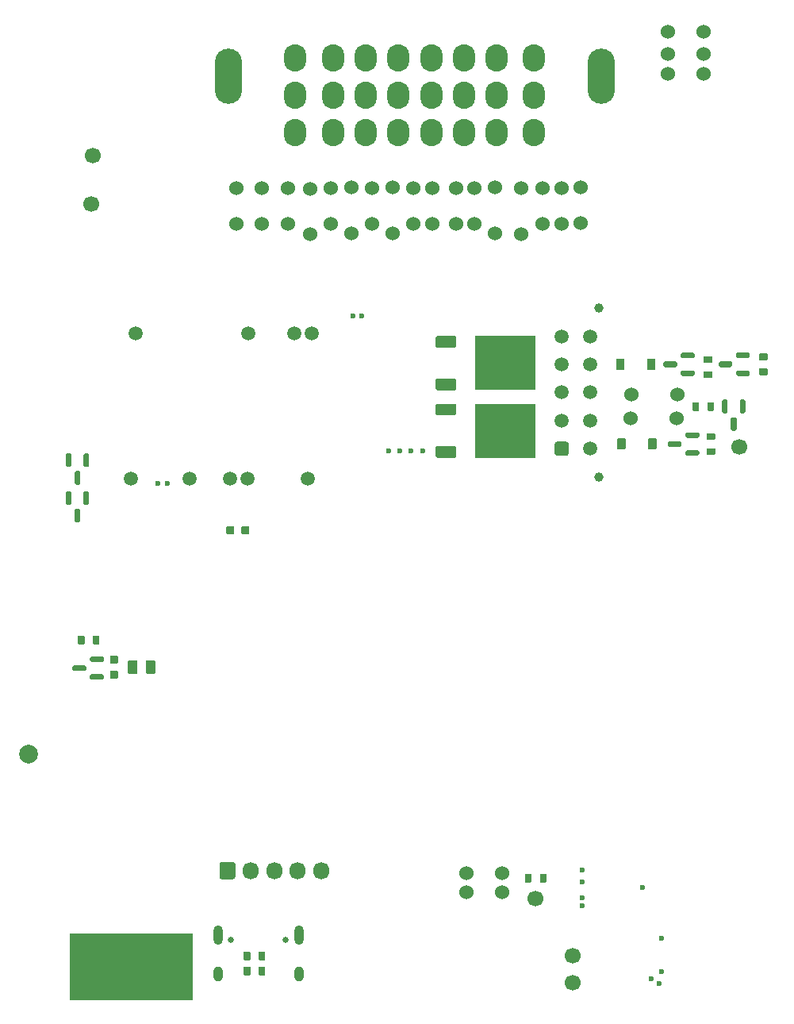
<source format=gbs>
G04 #@! TF.GenerationSoftware,KiCad,Pcbnew,7.0.6-7.0.6~ubuntu22.04.1*
G04 #@! TF.CreationDate,2023-07-14T01:02:07+00:00*
G04 #@! TF.ProjectId,alphax_2ch,616c7068-6178-45f3-9263-682e6b696361,F*
G04 #@! TF.SameCoordinates,PX141f5e0PYa2cace0*
G04 #@! TF.FileFunction,Soldermask,Bot*
G04 #@! TF.FilePolarity,Negative*
%FSLAX46Y46*%
G04 Gerber Fmt 4.6, Leading zero omitted, Abs format (unit mm)*
G04 Created by KiCad (PCBNEW 7.0.6-7.0.6~ubuntu22.04.1) date 2023-07-14 01:02:07*
%MOMM*%
%LPD*%
G01*
G04 APERTURE LIST*
%ADD10C,0.120000*%
%ADD11C,1.524000*%
%ADD12O,1.700000X1.850000*%
%ADD13C,0.650000*%
%ADD14O,1.000000X2.100000*%
%ADD15O,1.000000X1.600000*%
%ADD16C,1.700000*%
%ADD17C,1.000000*%
%ADD18C,1.500000*%
%ADD19C,0.599999*%
%ADD20C,0.600000*%
%ADD21O,2.900000X5.900000*%
%ADD22O,2.400000X2.900000*%
%ADD23R,6.400000X5.800000*%
%ADD24C,2.000000*%
G04 APERTURE END LIST*
G04 #@! TO.C,U4*
D10*
X19700000Y200000D02*
X6700000Y200000D01*
X6700000Y7200000D01*
X19700000Y7200000D01*
X19700000Y200000D01*
G36*
X19700000Y200000D02*
G01*
X6700000Y200000D01*
X6700000Y7200000D01*
X19700000Y7200000D01*
X19700000Y200000D01*
G37*
G04 #@! TD*
D11*
G04 #@! TO.C,R8*
X49836417Y82896579D03*
X49836417Y86706579D03*
G04 #@! TD*
G04 #@! TO.C,R9*
X47882571Y82918049D03*
X47882571Y86728049D03*
G04 #@! TD*
G04 #@! TO.C,F7*
X66550000Y62100000D03*
X71450000Y62100000D03*
G04 #@! TD*
G04 #@! TO.C,F4*
X36700000Y86750000D03*
X36700000Y81850000D03*
G04 #@! TD*
G04 #@! TO.C,J5*
G36*
G01*
X22650000Y13225000D02*
X22650000Y14575000D01*
G75*
G02*
X22900000Y14825000I250000J0D01*
G01*
X24100000Y14825000D01*
G75*
G02*
X24350000Y14575000I0J-250000D01*
G01*
X24350000Y13225000D01*
G75*
G02*
X24100000Y12975000I-250000J0D01*
G01*
X22900000Y12975000D01*
G75*
G02*
X22650000Y13225000I0J250000D01*
G01*
G37*
D12*
X26000000Y13900000D03*
X28500000Y13900000D03*
X31000000Y13900000D03*
X33500000Y13900000D03*
G04 #@! TD*
D13*
G04 #@! TO.C,J6*
X23910000Y6520000D03*
X29690000Y6520000D03*
D14*
X22480000Y7020000D03*
D15*
X22480000Y2840000D03*
D14*
X31120000Y7020000D03*
D15*
X31120000Y2840000D03*
G04 #@! TD*
D16*
G04 #@! TO.C,P2*
X78100000Y59100000D03*
G04 #@! TD*
D11*
G04 #@! TO.C,R11*
X24500000Y82895000D03*
X24500000Y86705000D03*
G04 #@! TD*
G04 #@! TO.C,R6*
X74305000Y103400000D03*
X70495000Y103400000D03*
G04 #@! TD*
D17*
G04 #@! TO.C,J1*
X63125000Y55900000D03*
X63125000Y73900000D03*
G36*
G01*
X59684999Y58150000D02*
X58685001Y58150000D01*
G75*
G02*
X58435000Y58400001I0J250001D01*
G01*
X58435000Y59399999D01*
G75*
G02*
X58685001Y59650000I250001J0D01*
G01*
X59684999Y59650000D01*
G75*
G02*
X59935000Y59399999I0J-250001D01*
G01*
X59935000Y58400001D01*
G75*
G02*
X59684999Y58150000I-250001J0D01*
G01*
G37*
D18*
X59185000Y61900000D03*
X59185000Y64900000D03*
X59185000Y67900000D03*
X59185000Y70900000D03*
X62185000Y58900000D03*
X62185000Y61900000D03*
X62185000Y64900000D03*
X62185000Y67900000D03*
X62185000Y70900000D03*
G04 #@! TD*
D11*
G04 #@! TO.C,R17*
X38900000Y82895000D03*
X38900000Y86705000D03*
G04 #@! TD*
D19*
G04 #@! TO.C,M8*
X69577499Y1826662D03*
X68702497Y2351662D03*
X69877501Y3101660D03*
X69802498Y6651661D03*
G04 #@! TD*
D11*
G04 #@! TO.C,F6*
X66600010Y64700000D03*
X71500010Y64700000D03*
G04 #@! TD*
G04 #@! TO.C,R16*
X45400000Y82895000D03*
X45400000Y86705000D03*
G04 #@! TD*
D16*
G04 #@! TO.C,P3*
X60400000Y1900000D03*
G04 #@! TD*
D18*
G04 #@! TO.C,M1*
X32074999Y55675006D03*
X25675002Y55675006D03*
X23774999Y55675006D03*
X19474999Y55675006D03*
D20*
X17075002Y55225007D03*
X16075001Y55225007D03*
D18*
X13224999Y55675006D03*
X32525001Y71175003D03*
X30675002Y71175003D03*
X25724999Y71175003D03*
X13675001Y71175003D03*
G04 #@! TD*
D16*
G04 #@! TO.C,P5*
X56400000Y10900000D03*
G04 #@! TD*
D20*
G04 #@! TO.C,M3*
X41925000Y58675000D03*
X40725000Y58675000D03*
X43125000Y58675000D03*
X44325000Y58675000D03*
X37865000Y73100000D03*
X36865000Y73100000D03*
G04 #@! TD*
D11*
G04 #@! TO.C,R10*
X43300000Y82895000D03*
X43300000Y86705000D03*
G04 #@! TD*
G04 #@! TO.C,R19*
X30000000Y82895000D03*
X30000000Y86705000D03*
G04 #@! TD*
G04 #@! TO.C,F1*
X54846000Y86700000D03*
X54846000Y81800000D03*
G04 #@! TD*
G04 #@! TO.C,R14*
X70495000Y98900000D03*
X74305000Y98900000D03*
G04 #@! TD*
G04 #@! TO.C,F3*
X41100000Y86750000D03*
X41100000Y81850000D03*
G04 #@! TD*
D19*
G04 #@! TO.C,M4*
X67793366Y12132507D03*
X61368367Y13962500D03*
X61368367Y12687502D03*
X61368367Y11037513D03*
X61368367Y10137502D03*
G04 #@! TD*
D11*
G04 #@! TO.C,R26*
X52805000Y11600000D03*
X48995000Y11600000D03*
G04 #@! TD*
G04 #@! TO.C,R25*
X52805000Y13600000D03*
X48995000Y13600000D03*
G04 #@! TD*
G04 #@! TO.C,R15*
X57132000Y82895000D03*
X57132000Y86705000D03*
G04 #@! TD*
G04 #@! TO.C,R7*
X59164000Y82895000D03*
X59164000Y86705000D03*
G04 #@! TD*
G04 #@! TO.C,R13*
X74305000Y101000000D03*
X70495000Y101000000D03*
G04 #@! TD*
G04 #@! TO.C,R20*
X61196000Y82943000D03*
X61196000Y86753000D03*
G04 #@! TD*
D21*
G04 #@! TO.C,P1*
X23600000Y98599000D03*
X63400000Y98599000D03*
D22*
X30750000Y92599000D03*
X34750000Y92599000D03*
X38250000Y92599000D03*
X41750000Y92599000D03*
X45250000Y92599000D03*
X48750000Y92599000D03*
X52250000Y92599000D03*
X56250000Y92599000D03*
X30750000Y96599000D03*
X34750000Y96599000D03*
X38250000Y96599000D03*
X41750000Y96599000D03*
X45250000Y96599000D03*
X48750000Y96599000D03*
X52250000Y96599000D03*
X56250000Y96599000D03*
X30750000Y100599000D03*
X34750000Y100599000D03*
X38250000Y100599000D03*
X41750000Y100599000D03*
X45250000Y100599000D03*
X48750000Y100599000D03*
X52250000Y100599000D03*
X56250000Y100599000D03*
G04 #@! TD*
D11*
G04 #@! TO.C,R12*
X27200000Y82895000D03*
X27200000Y86705000D03*
G04 #@! TD*
G04 #@! TO.C,R18*
X34500000Y82895000D03*
X34500000Y86705000D03*
G04 #@! TD*
D16*
G04 #@! TO.C,P4*
X60400000Y4800000D03*
G04 #@! TD*
D11*
G04 #@! TO.C,F5*
X32300000Y86650000D03*
X32300000Y81750000D03*
G04 #@! TD*
G04 #@! TO.C,F2*
X52052000Y86750000D03*
X52052000Y81850000D03*
G04 #@! TD*
G04 #@! TO.C,R29*
G36*
G01*
X55250000Y12710000D02*
X55250000Y13490000D01*
G75*
G02*
X55320000Y13560000I70000J0D01*
G01*
X55880000Y13560000D01*
G75*
G02*
X55950000Y13490000I0J-70000D01*
G01*
X55950000Y12710000D01*
G75*
G02*
X55880000Y12640000I-70000J0D01*
G01*
X55320000Y12640000D01*
G75*
G02*
X55250000Y12710000I0J70000D01*
G01*
G37*
G36*
G01*
X56850000Y12710000D02*
X56850000Y13490000D01*
G75*
G02*
X56920000Y13560000I70000J0D01*
G01*
X57480000Y13560000D01*
G75*
G02*
X57550000Y13490000I0J-70000D01*
G01*
X57550000Y12710000D01*
G75*
G02*
X57480000Y12640000I-70000J0D01*
G01*
X56920000Y12640000D01*
G75*
G02*
X56850000Y12710000I0J70000D01*
G01*
G37*
G04 #@! TD*
G04 #@! TO.C,R4*
G36*
G01*
X25250000Y2810000D02*
X25250000Y3590000D01*
G75*
G02*
X25320000Y3660000I70000J0D01*
G01*
X25880000Y3660000D01*
G75*
G02*
X25950000Y3590000I0J-70000D01*
G01*
X25950000Y2810000D01*
G75*
G02*
X25880000Y2740000I-70000J0D01*
G01*
X25320000Y2740000D01*
G75*
G02*
X25250000Y2810000I0J70000D01*
G01*
G37*
G36*
G01*
X26850000Y2810000D02*
X26850000Y3590000D01*
G75*
G02*
X26920000Y3660000I70000J0D01*
G01*
X27480000Y3660000D01*
G75*
G02*
X27550000Y3590000I0J-70000D01*
G01*
X27550000Y2810000D01*
G75*
G02*
X27480000Y2740000I-70000J0D01*
G01*
X26920000Y2740000D01*
G75*
G02*
X26850000Y2810000I0J70000D01*
G01*
G37*
G04 #@! TD*
G04 #@! TO.C,R60*
G36*
G01*
X12900000Y34975000D02*
X12900000Y36225000D01*
G75*
G02*
X13000000Y36325000I100000J0D01*
G01*
X13800000Y36325000D01*
G75*
G02*
X13900000Y36225000I0J-100000D01*
G01*
X13900000Y34975000D01*
G75*
G02*
X13800000Y34875000I-100000J0D01*
G01*
X13000000Y34875000D01*
G75*
G02*
X12900000Y34975000I0J100000D01*
G01*
G37*
G36*
G01*
X14800022Y34975000D02*
X14800022Y36225000D01*
G75*
G02*
X14900022Y36325000I100000J0D01*
G01*
X15700022Y36325000D01*
G75*
G02*
X15800022Y36225000I0J-100000D01*
G01*
X15800022Y34975000D01*
G75*
G02*
X15700022Y34875000I-100000J0D01*
G01*
X14900022Y34875000D01*
G75*
G02*
X14800022Y34975000I0J100000D01*
G01*
G37*
G04 #@! TD*
D16*
G04 #@! TO.C,J8*
X9000000Y85000000D03*
G04 #@! TD*
G04 #@! TO.C,D32*
G36*
G01*
X65100000Y58890000D02*
X65100000Y59910000D01*
G75*
G02*
X65190000Y60000000I90000J0D01*
G01*
X65910000Y60000000D01*
G75*
G02*
X66000000Y59910000I0J-90000D01*
G01*
X66000000Y58890000D01*
G75*
G02*
X65910000Y58800000I-90000J0D01*
G01*
X65190000Y58800000D01*
G75*
G02*
X65100000Y58890000I0J90000D01*
G01*
G37*
G36*
G01*
X68400000Y58890000D02*
X68400000Y59910000D01*
G75*
G02*
X68490000Y60000000I90000J0D01*
G01*
X69210000Y60000000D01*
G75*
G02*
X69300000Y59910000I0J-90000D01*
G01*
X69300000Y58890000D01*
G75*
G02*
X69210000Y58800000I-90000J0D01*
G01*
X68490000Y58800000D01*
G75*
G02*
X68400000Y58890000I0J90000D01*
G01*
G37*
G04 #@! TD*
G04 #@! TO.C,D28*
G36*
G01*
X6400000Y54375000D02*
X6700000Y54375000D01*
G75*
G02*
X6850000Y54225000I0J-150000D01*
G01*
X6850000Y53050000D01*
G75*
G02*
X6700000Y52900000I-150000J0D01*
G01*
X6400000Y52900000D01*
G75*
G02*
X6250000Y53050000I0J150000D01*
G01*
X6250000Y54225000D01*
G75*
G02*
X6400000Y54375000I150000J0D01*
G01*
G37*
G36*
G01*
X8300000Y54375000D02*
X8600000Y54375000D01*
G75*
G02*
X8750000Y54225000I0J-150000D01*
G01*
X8750000Y53050000D01*
G75*
G02*
X8600000Y52900000I-150000J0D01*
G01*
X8300000Y52900000D01*
G75*
G02*
X8150000Y53050000I0J150000D01*
G01*
X8150000Y54225000D01*
G75*
G02*
X8300000Y54375000I150000J0D01*
G01*
G37*
G36*
G01*
X7350000Y52500000D02*
X7650000Y52500000D01*
G75*
G02*
X7800000Y52350000I0J-150000D01*
G01*
X7800000Y51175000D01*
G75*
G02*
X7650000Y51025000I-150000J0D01*
G01*
X7350000Y51025000D01*
G75*
G02*
X7200000Y51175000I0J150000D01*
G01*
X7200000Y52350000D01*
G75*
G02*
X7350000Y52500000I150000J0D01*
G01*
G37*
G04 #@! TD*
G04 #@! TO.C,R66*
G36*
G01*
X74410000Y68750000D02*
X75190000Y68750000D01*
G75*
G02*
X75260000Y68680000I0J-70000D01*
G01*
X75260000Y68120000D01*
G75*
G02*
X75190000Y68050000I-70000J0D01*
G01*
X74410000Y68050000D01*
G75*
G02*
X74340000Y68120000I0J70000D01*
G01*
X74340000Y68680000D01*
G75*
G02*
X74410000Y68750000I70000J0D01*
G01*
G37*
G36*
G01*
X74410000Y67150000D02*
X75190000Y67150000D01*
G75*
G02*
X75260000Y67080000I0J-70000D01*
G01*
X75260000Y66520000D01*
G75*
G02*
X75190000Y66450000I-70000J0D01*
G01*
X74410000Y66450000D01*
G75*
G02*
X74340000Y66520000I0J70000D01*
G01*
X74340000Y67080000D01*
G75*
G02*
X74410000Y67150000I70000J0D01*
G01*
G37*
G04 #@! TD*
G04 #@! TO.C,Q8*
G36*
G01*
X45725000Y58065000D02*
X45725000Y59025000D01*
G75*
G02*
X45845000Y59145000I120000J0D01*
G01*
X47805000Y59145000D01*
G75*
G02*
X47925000Y59025000I0J-120000D01*
G01*
X47925000Y58065000D01*
G75*
G02*
X47805000Y57945000I-120000J0D01*
G01*
X45845000Y57945000D01*
G75*
G02*
X45725000Y58065000I0J120000D01*
G01*
G37*
D23*
X53125000Y60825000D03*
G36*
G01*
X45725000Y62625000D02*
X45725000Y63585000D01*
G75*
G02*
X45845000Y63705000I120000J0D01*
G01*
X47805000Y63705000D01*
G75*
G02*
X47925000Y63585000I0J-120000D01*
G01*
X47925000Y62625000D01*
G75*
G02*
X47805000Y62505000I-120000J0D01*
G01*
X45845000Y62505000D01*
G75*
G02*
X45725000Y62625000I0J120000D01*
G01*
G37*
G04 #@! TD*
G04 #@! TO.C,R57*
G36*
G01*
X7550000Y38110000D02*
X7550000Y38890000D01*
G75*
G02*
X7620000Y38960000I70000J0D01*
G01*
X8180000Y38960000D01*
G75*
G02*
X8250000Y38890000I0J-70000D01*
G01*
X8250000Y38110000D01*
G75*
G02*
X8180000Y38040000I-70000J0D01*
G01*
X7620000Y38040000D01*
G75*
G02*
X7550000Y38110000I0J70000D01*
G01*
G37*
G36*
G01*
X9150000Y38110000D02*
X9150000Y38890000D01*
G75*
G02*
X9220000Y38960000I70000J0D01*
G01*
X9780000Y38960000D01*
G75*
G02*
X9850000Y38890000I0J-70000D01*
G01*
X9850000Y38110000D01*
G75*
G02*
X9780000Y38040000I-70000J0D01*
G01*
X9220000Y38040000D01*
G75*
G02*
X9150000Y38110000I0J70000D01*
G01*
G37*
G04 #@! TD*
G04 #@! TO.C,Q19*
G36*
G01*
X73875000Y60500000D02*
X73875000Y60200000D01*
G75*
G02*
X73725000Y60050000I-150000J0D01*
G01*
X72550000Y60050000D01*
G75*
G02*
X72400000Y60200000I0J150000D01*
G01*
X72400000Y60500000D01*
G75*
G02*
X72550000Y60650000I150000J0D01*
G01*
X73725000Y60650000D01*
G75*
G02*
X73875000Y60500000I0J-150000D01*
G01*
G37*
G36*
G01*
X73875000Y58600000D02*
X73875000Y58300000D01*
G75*
G02*
X73725000Y58150000I-150000J0D01*
G01*
X72550000Y58150000D01*
G75*
G02*
X72400000Y58300000I0J150000D01*
G01*
X72400000Y58600000D01*
G75*
G02*
X72550000Y58750000I150000J0D01*
G01*
X73725000Y58750000D01*
G75*
G02*
X73875000Y58600000I0J-150000D01*
G01*
G37*
G36*
G01*
X72000000Y59550000D02*
X72000000Y59250000D01*
G75*
G02*
X71850000Y59100000I-150000J0D01*
G01*
X70675000Y59100000D01*
G75*
G02*
X70525000Y59250000I0J150000D01*
G01*
X70525000Y59550000D01*
G75*
G02*
X70675000Y59700000I150000J0D01*
G01*
X71850000Y59700000D01*
G75*
G02*
X72000000Y59550000I0J-150000D01*
G01*
G37*
G04 #@! TD*
G04 #@! TO.C,Q18*
G36*
G01*
X73375000Y69000000D02*
X73375000Y68700000D01*
G75*
G02*
X73225000Y68550000I-150000J0D01*
G01*
X72050000Y68550000D01*
G75*
G02*
X71900000Y68700000I0J150000D01*
G01*
X71900000Y69000000D01*
G75*
G02*
X72050000Y69150000I150000J0D01*
G01*
X73225000Y69150000D01*
G75*
G02*
X73375000Y69000000I0J-150000D01*
G01*
G37*
G36*
G01*
X73375000Y67100000D02*
X73375000Y66800000D01*
G75*
G02*
X73225000Y66650000I-150000J0D01*
G01*
X72050000Y66650000D01*
G75*
G02*
X71900000Y66800000I0J150000D01*
G01*
X71900000Y67100000D01*
G75*
G02*
X72050000Y67250000I150000J0D01*
G01*
X73225000Y67250000D01*
G75*
G02*
X73375000Y67100000I0J-150000D01*
G01*
G37*
G36*
G01*
X71500000Y68050000D02*
X71500000Y67750000D01*
G75*
G02*
X71350000Y67600000I-150000J0D01*
G01*
X70175000Y67600000D01*
G75*
G02*
X70025000Y67750000I0J150000D01*
G01*
X70025000Y68050000D01*
G75*
G02*
X70175000Y68200000I150000J0D01*
G01*
X71350000Y68200000D01*
G75*
G02*
X71500000Y68050000I0J-150000D01*
G01*
G37*
G04 #@! TD*
G04 #@! TO.C,D29*
G36*
G01*
X6400000Y58412500D02*
X6700000Y58412500D01*
G75*
G02*
X6850000Y58262500I0J-150000D01*
G01*
X6850000Y57087500D01*
G75*
G02*
X6700000Y56937500I-150000J0D01*
G01*
X6400000Y56937500D01*
G75*
G02*
X6250000Y57087500I0J150000D01*
G01*
X6250000Y58262500D01*
G75*
G02*
X6400000Y58412500I150000J0D01*
G01*
G37*
G36*
G01*
X8300000Y58412500D02*
X8600000Y58412500D01*
G75*
G02*
X8750000Y58262500I0J-150000D01*
G01*
X8750000Y57087500D01*
G75*
G02*
X8600000Y56937500I-150000J0D01*
G01*
X8300000Y56937500D01*
G75*
G02*
X8150000Y57087500I0J150000D01*
G01*
X8150000Y58262500D01*
G75*
G02*
X8300000Y58412500I150000J0D01*
G01*
G37*
G36*
G01*
X7350000Y56537500D02*
X7650000Y56537500D01*
G75*
G02*
X7800000Y56387500I0J-150000D01*
G01*
X7800000Y55212500D01*
G75*
G02*
X7650000Y55062500I-150000J0D01*
G01*
X7350000Y55062500D01*
G75*
G02*
X7200000Y55212500I0J150000D01*
G01*
X7200000Y56387500D01*
G75*
G02*
X7350000Y56537500I150000J0D01*
G01*
G37*
G04 #@! TD*
G04 #@! TO.C,C5*
G36*
G01*
X11740000Y34384999D02*
X11060000Y34384999D01*
G75*
G02*
X10975000Y34469999I0J85000D01*
G01*
X10975000Y35149999D01*
G75*
G02*
X11060000Y35234999I85000J0D01*
G01*
X11740000Y35234999D01*
G75*
G02*
X11825000Y35149999I0J-85000D01*
G01*
X11825000Y34469999D01*
G75*
G02*
X11740000Y34384999I-85000J0D01*
G01*
G37*
G36*
G01*
X11740000Y35965001D02*
X11060000Y35965001D01*
G75*
G02*
X10975000Y36050001I0J85000D01*
G01*
X10975000Y36730001D01*
G75*
G02*
X11060000Y36815001I85000J0D01*
G01*
X11740000Y36815001D01*
G75*
G02*
X11825000Y36730001I0J-85000D01*
G01*
X11825000Y36050001D01*
G75*
G02*
X11740000Y35965001I-85000J0D01*
G01*
G37*
G04 #@! TD*
D16*
G04 #@! TO.C,J7*
X9100000Y90200000D03*
G04 #@! TD*
G04 #@! TO.C,Q25*
G36*
G01*
X76450000Y64137500D02*
X76750000Y64137500D01*
G75*
G02*
X76900000Y63987500I0J-150000D01*
G01*
X76900000Y62812500D01*
G75*
G02*
X76750000Y62662500I-150000J0D01*
G01*
X76450000Y62662500D01*
G75*
G02*
X76300000Y62812500I0J150000D01*
G01*
X76300000Y63987500D01*
G75*
G02*
X76450000Y64137500I150000J0D01*
G01*
G37*
G36*
G01*
X77400000Y62262500D02*
X77700000Y62262500D01*
G75*
G02*
X77850000Y62112500I0J-150000D01*
G01*
X77850000Y60937500D01*
G75*
G02*
X77700000Y60787500I-150000J0D01*
G01*
X77400000Y60787500D01*
G75*
G02*
X77250000Y60937500I0J150000D01*
G01*
X77250000Y62112500D01*
G75*
G02*
X77400000Y62262500I150000J0D01*
G01*
G37*
G36*
G01*
X78350000Y64137500D02*
X78650000Y64137500D01*
G75*
G02*
X78800000Y63987500I0J-150000D01*
G01*
X78800000Y62812500D01*
G75*
G02*
X78650000Y62662500I-150000J0D01*
G01*
X78350000Y62662500D01*
G75*
G02*
X78200000Y62812500I0J150000D01*
G01*
X78200000Y63987500D01*
G75*
G02*
X78350000Y64137500I150000J0D01*
G01*
G37*
G04 #@! TD*
G04 #@! TO.C,D27*
G36*
G01*
X10312500Y36600000D02*
X10312500Y36300000D01*
G75*
G02*
X10162500Y36150000I-150000J0D01*
G01*
X8987500Y36150000D01*
G75*
G02*
X8837500Y36300000I0J150000D01*
G01*
X8837500Y36600000D01*
G75*
G02*
X8987500Y36750000I150000J0D01*
G01*
X10162500Y36750000D01*
G75*
G02*
X10312500Y36600000I0J-150000D01*
G01*
G37*
G36*
G01*
X8437500Y35650000D02*
X8437500Y35350000D01*
G75*
G02*
X8287500Y35200000I-150000J0D01*
G01*
X7112500Y35200000D01*
G75*
G02*
X6962500Y35350000I0J150000D01*
G01*
X6962500Y35650000D01*
G75*
G02*
X7112500Y35800000I150000J0D01*
G01*
X8287500Y35800000D01*
G75*
G02*
X8437500Y35650000I0J-150000D01*
G01*
G37*
G36*
G01*
X10312500Y34700000D02*
X10312500Y34400000D01*
G75*
G02*
X10162500Y34250000I-150000J0D01*
G01*
X8987500Y34250000D01*
G75*
G02*
X8837500Y34400000I0J150000D01*
G01*
X8837500Y34700000D01*
G75*
G02*
X8987500Y34850000I150000J0D01*
G01*
X10162500Y34850000D01*
G75*
G02*
X10312500Y34700000I0J-150000D01*
G01*
G37*
G04 #@! TD*
G04 #@! TO.C,R73*
G36*
G01*
X80310000Y69050000D02*
X81090000Y69050000D01*
G75*
G02*
X81160000Y68980000I0J-70000D01*
G01*
X81160000Y68420000D01*
G75*
G02*
X81090000Y68350000I-70000J0D01*
G01*
X80310000Y68350000D01*
G75*
G02*
X80240000Y68420000I0J70000D01*
G01*
X80240000Y68980000D01*
G75*
G02*
X80310000Y69050000I70000J0D01*
G01*
G37*
G36*
G01*
X80310000Y67450000D02*
X81090000Y67450000D01*
G75*
G02*
X81160000Y67380000I0J-70000D01*
G01*
X81160000Y66820000D01*
G75*
G02*
X81090000Y66750000I-70000J0D01*
G01*
X80310000Y66750000D01*
G75*
G02*
X80240000Y66820000I0J70000D01*
G01*
X80240000Y67380000D01*
G75*
G02*
X80310000Y67450000I70000J0D01*
G01*
G37*
G04 #@! TD*
G04 #@! TO.C,D31*
G36*
G01*
X65000000Y67390000D02*
X65000000Y68410000D01*
G75*
G02*
X65090000Y68500000I90000J0D01*
G01*
X65810000Y68500000D01*
G75*
G02*
X65900000Y68410000I0J-90000D01*
G01*
X65900000Y67390000D01*
G75*
G02*
X65810000Y67300000I-90000J0D01*
G01*
X65090000Y67300000D01*
G75*
G02*
X65000000Y67390000I0J90000D01*
G01*
G37*
G36*
G01*
X68300000Y67390000D02*
X68300000Y68410000D01*
G75*
G02*
X68390000Y68500000I90000J0D01*
G01*
X69110000Y68500000D01*
G75*
G02*
X69200000Y68410000I0J-90000D01*
G01*
X69200000Y67390000D01*
G75*
G02*
X69110000Y67300000I-90000J0D01*
G01*
X68390000Y67300000D01*
G75*
G02*
X68300000Y67390000I0J90000D01*
G01*
G37*
G04 #@! TD*
D24*
G04 #@! TO.C,J4*
X2250000Y26300000D03*
G04 #@! TD*
G04 #@! TO.C,Q24*
G36*
G01*
X79275000Y69000000D02*
X79275000Y68700000D01*
G75*
G02*
X79125000Y68550000I-150000J0D01*
G01*
X77950000Y68550000D01*
G75*
G02*
X77800000Y68700000I0J150000D01*
G01*
X77800000Y69000000D01*
G75*
G02*
X77950000Y69150000I150000J0D01*
G01*
X79125000Y69150000D01*
G75*
G02*
X79275000Y69000000I0J-150000D01*
G01*
G37*
G36*
G01*
X77400000Y68050000D02*
X77400000Y67750000D01*
G75*
G02*
X77250000Y67600000I-150000J0D01*
G01*
X76075000Y67600000D01*
G75*
G02*
X75925000Y67750000I0J150000D01*
G01*
X75925000Y68050000D01*
G75*
G02*
X76075000Y68200000I150000J0D01*
G01*
X77250000Y68200000D01*
G75*
G02*
X77400000Y68050000I0J-150000D01*
G01*
G37*
G36*
G01*
X79275000Y67100000D02*
X79275000Y66800000D01*
G75*
G02*
X79125000Y66650000I-150000J0D01*
G01*
X77950000Y66650000D01*
G75*
G02*
X77800000Y66800000I0J150000D01*
G01*
X77800000Y67100000D01*
G75*
G02*
X77950000Y67250000I150000J0D01*
G01*
X79125000Y67250000D01*
G75*
G02*
X79275000Y67100000I0J-150000D01*
G01*
G37*
G04 #@! TD*
G04 #@! TO.C,R74*
G36*
G01*
X75450000Y63790000D02*
X75450000Y63010000D01*
G75*
G02*
X75380000Y62940000I-70000J0D01*
G01*
X74820000Y62940000D01*
G75*
G02*
X74750000Y63010000I0J70000D01*
G01*
X74750000Y63790000D01*
G75*
G02*
X74820000Y63860000I70000J0D01*
G01*
X75380000Y63860000D01*
G75*
G02*
X75450000Y63790000I0J-70000D01*
G01*
G37*
G36*
G01*
X73850000Y63790000D02*
X73850000Y63010000D01*
G75*
G02*
X73780000Y62940000I-70000J0D01*
G01*
X73220000Y62940000D01*
G75*
G02*
X73150000Y63010000I0J70000D01*
G01*
X73150000Y63790000D01*
G75*
G02*
X73220000Y63860000I70000J0D01*
G01*
X73780000Y63860000D01*
G75*
G02*
X73850000Y63790000I0J-70000D01*
G01*
G37*
G04 #@! TD*
G04 #@! TO.C,R3*
G36*
G01*
X27550000Y5190000D02*
X27550000Y4410000D01*
G75*
G02*
X27480000Y4340000I-70000J0D01*
G01*
X26920000Y4340000D01*
G75*
G02*
X26850000Y4410000I0J70000D01*
G01*
X26850000Y5190000D01*
G75*
G02*
X26920000Y5260000I70000J0D01*
G01*
X27480000Y5260000D01*
G75*
G02*
X27550000Y5190000I0J-70000D01*
G01*
G37*
G36*
G01*
X25950000Y5190000D02*
X25950000Y4410000D01*
G75*
G02*
X25880000Y4340000I-70000J0D01*
G01*
X25320000Y4340000D01*
G75*
G02*
X25250000Y4410000I0J70000D01*
G01*
X25250000Y5190000D01*
G75*
G02*
X25320000Y5260000I70000J0D01*
G01*
X25880000Y5260000D01*
G75*
G02*
X25950000Y5190000I0J-70000D01*
G01*
G37*
G04 #@! TD*
G04 #@! TO.C,C2*
G36*
G01*
X23394998Y49860000D02*
X23394998Y50540000D01*
G75*
G02*
X23479998Y50625000I85000J0D01*
G01*
X24159998Y50625000D01*
G75*
G02*
X24244998Y50540000I0J-85000D01*
G01*
X24244998Y49860000D01*
G75*
G02*
X24159998Y49775000I-85000J0D01*
G01*
X23479998Y49775000D01*
G75*
G02*
X23394998Y49860000I0J85000D01*
G01*
G37*
G36*
G01*
X24975000Y49860000D02*
X24975000Y50540000D01*
G75*
G02*
X25060000Y50625000I85000J0D01*
G01*
X25740000Y50625000D01*
G75*
G02*
X25825000Y50540000I0J-85000D01*
G01*
X25825000Y49860000D01*
G75*
G02*
X25740000Y49775000I-85000J0D01*
G01*
X25060000Y49775000D01*
G75*
G02*
X24975000Y49860000I0J85000D01*
G01*
G37*
G04 #@! TD*
G04 #@! TO.C,R72*
G36*
G01*
X74710000Y60550000D02*
X75490000Y60550000D01*
G75*
G02*
X75560000Y60480000I0J-70000D01*
G01*
X75560000Y59920000D01*
G75*
G02*
X75490000Y59850000I-70000J0D01*
G01*
X74710000Y59850000D01*
G75*
G02*
X74640000Y59920000I0J70000D01*
G01*
X74640000Y60480000D01*
G75*
G02*
X74710000Y60550000I70000J0D01*
G01*
G37*
G36*
G01*
X74710000Y58950000D02*
X75490000Y58950000D01*
G75*
G02*
X75560000Y58880000I0J-70000D01*
G01*
X75560000Y58320000D01*
G75*
G02*
X75490000Y58250000I-70000J0D01*
G01*
X74710000Y58250000D01*
G75*
G02*
X74640000Y58320000I0J70000D01*
G01*
X74640000Y58880000D01*
G75*
G02*
X74710000Y58950000I70000J0D01*
G01*
G37*
G04 #@! TD*
G04 #@! TO.C,Q9*
G36*
G01*
X45725000Y65265000D02*
X45725000Y66225000D01*
G75*
G02*
X45845000Y66345000I120000J0D01*
G01*
X47805000Y66345000D01*
G75*
G02*
X47925000Y66225000I0J-120000D01*
G01*
X47925000Y65265000D01*
G75*
G02*
X47805000Y65145000I-120000J0D01*
G01*
X45845000Y65145000D01*
G75*
G02*
X45725000Y65265000I0J120000D01*
G01*
G37*
D23*
X53125000Y68025000D03*
G36*
G01*
X45725000Y69825000D02*
X45725000Y70785000D01*
G75*
G02*
X45845000Y70905000I120000J0D01*
G01*
X47805000Y70905000D01*
G75*
G02*
X47925000Y70785000I0J-120000D01*
G01*
X47925000Y69825000D01*
G75*
G02*
X47805000Y69705000I-120000J0D01*
G01*
X45845000Y69705000D01*
G75*
G02*
X45725000Y69825000I0J120000D01*
G01*
G37*
G04 #@! TD*
M02*

</source>
